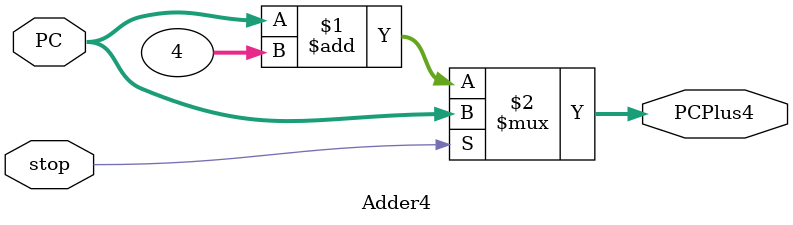
<source format=v>
module Adder4(
    // nodified for SoC
    input stop,
    input [31:0] PC ,
    output [31:0] PCPlus4
);
assign PCPlus4 = (stop) ? PC : PC + 4 ; // stop incerementing the PC if stop signal raises 
/*reg pause; // internal flag to decide if it's the first time so decrement the PC by 4 anf then stop on it until the stop signal is deasserted
always @(*) begin
    if(stop && pause !== 1) begin
        PCPlus4 = PC - 4;
        pause = 1;
    end
    else if (stop && pause === 1)
        PCPlus4 = PC;
    else begin
        PCPlus4 = PC + 4;
        pause = 0;
    end
end*/

endmodule
</source>
